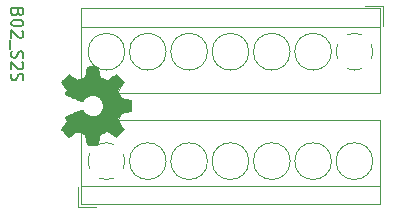
<source format=gbr>
G04 #@! TF.GenerationSoftware,KiCad,Pcbnew,5.1.5-52549c5~86~ubuntu18.04.1*
G04 #@! TF.CreationDate,2020-09-06T14:20:36-05:00*
G04 #@! TF.ProjectId,B02,4230322e-6b69-4636-9164-5f7063625858,rev?*
G04 #@! TF.SameCoordinates,Original*
G04 #@! TF.FileFunction,Legend,Top*
G04 #@! TF.FilePolarity,Positive*
%FSLAX46Y46*%
G04 Gerber Fmt 4.6, Leading zero omitted, Abs format (unit mm)*
G04 Created by KiCad (PCBNEW 5.1.5-52549c5~86~ubuntu18.04.1) date 2020-09-06 14:20:36*
%MOMM*%
%LPD*%
G04 APERTURE LIST*
%ADD10C,0.150000*%
%ADD11C,0.010000*%
%ADD12C,0.120000*%
G04 APERTURE END LIST*
D10*
X21026428Y-20931523D02*
X20978809Y-21074380D01*
X20931190Y-21122000D01*
X20835952Y-21169619D01*
X20693095Y-21169619D01*
X20597857Y-21122000D01*
X20550238Y-21074380D01*
X20502619Y-20979142D01*
X20502619Y-20598190D01*
X21502619Y-20598190D01*
X21502619Y-20931523D01*
X21455000Y-21026761D01*
X21407380Y-21074380D01*
X21312142Y-21122000D01*
X21216904Y-21122000D01*
X21121666Y-21074380D01*
X21074047Y-21026761D01*
X21026428Y-20931523D01*
X21026428Y-20598190D01*
X21502619Y-21788666D02*
X21502619Y-21883904D01*
X21455000Y-21979142D01*
X21407380Y-22026761D01*
X21312142Y-22074380D01*
X21121666Y-22122000D01*
X20883571Y-22122000D01*
X20693095Y-22074380D01*
X20597857Y-22026761D01*
X20550238Y-21979142D01*
X20502619Y-21883904D01*
X20502619Y-21788666D01*
X20550238Y-21693428D01*
X20597857Y-21645809D01*
X20693095Y-21598190D01*
X20883571Y-21550571D01*
X21121666Y-21550571D01*
X21312142Y-21598190D01*
X21407380Y-21645809D01*
X21455000Y-21693428D01*
X21502619Y-21788666D01*
X21407380Y-22502952D02*
X21455000Y-22550571D01*
X21502619Y-22645809D01*
X21502619Y-22883904D01*
X21455000Y-22979142D01*
X21407380Y-23026761D01*
X21312142Y-23074380D01*
X21216904Y-23074380D01*
X21074047Y-23026761D01*
X20502619Y-22455333D01*
X20502619Y-23074380D01*
X20407380Y-23264857D02*
X20407380Y-24026761D01*
X20550238Y-24217238D02*
X20502619Y-24360095D01*
X20502619Y-24598190D01*
X20550238Y-24693428D01*
X20597857Y-24741047D01*
X20693095Y-24788666D01*
X20788333Y-24788666D01*
X20883571Y-24741047D01*
X20931190Y-24693428D01*
X20978809Y-24598190D01*
X21026428Y-24407714D01*
X21074047Y-24312476D01*
X21121666Y-24264857D01*
X21216904Y-24217238D01*
X21312142Y-24217238D01*
X21407380Y-24264857D01*
X21455000Y-24312476D01*
X21502619Y-24407714D01*
X21502619Y-24645809D01*
X21455000Y-24788666D01*
X21407380Y-25169619D02*
X21455000Y-25217238D01*
X21502619Y-25312476D01*
X21502619Y-25550571D01*
X21455000Y-25645809D01*
X21407380Y-25693428D01*
X21312142Y-25741047D01*
X21216904Y-25741047D01*
X21074047Y-25693428D01*
X20502619Y-25122000D01*
X20502619Y-25741047D01*
X20550238Y-26122000D02*
X20502619Y-26264857D01*
X20502619Y-26502952D01*
X20550238Y-26598190D01*
X20597857Y-26645809D01*
X20693095Y-26693428D01*
X20788333Y-26693428D01*
X20883571Y-26645809D01*
X20931190Y-26598190D01*
X20978809Y-26502952D01*
X21026428Y-26312476D01*
X21074047Y-26217238D01*
X21121666Y-26169619D01*
X21216904Y-26122000D01*
X21312142Y-26122000D01*
X21407380Y-26169619D01*
X21455000Y-26217238D01*
X21502619Y-26312476D01*
X21502619Y-26550571D01*
X21455000Y-26693428D01*
D11*
G36*
X30191669Y-29359414D02*
G01*
X29747045Y-29443235D01*
X29619547Y-29752520D01*
X29492049Y-30061806D01*
X29744354Y-30432846D01*
X29814604Y-30536757D01*
X29877328Y-30630687D01*
X29929662Y-30710252D01*
X29968743Y-30771070D01*
X29991707Y-30808757D01*
X29996658Y-30819021D01*
X29983924Y-30837510D01*
X29948718Y-30877020D01*
X29895538Y-30933122D01*
X29828882Y-31001387D01*
X29753246Y-31077386D01*
X29673128Y-31156692D01*
X29593026Y-31234875D01*
X29517436Y-31307507D01*
X29450855Y-31370159D01*
X29397782Y-31418403D01*
X29362713Y-31447810D01*
X29350977Y-31454841D01*
X29329340Y-31444723D01*
X29281938Y-31416359D01*
X29213407Y-31372729D01*
X29128385Y-31316818D01*
X29031507Y-31251606D01*
X28976250Y-31213819D01*
X28875352Y-31144943D01*
X28784301Y-31083740D01*
X28707630Y-31033178D01*
X28649872Y-30996228D01*
X28615557Y-30975858D01*
X28608346Y-30972797D01*
X28587852Y-30979736D01*
X28540087Y-30998651D01*
X28471768Y-31026687D01*
X28389611Y-31060991D01*
X28300330Y-31098709D01*
X28210642Y-31136987D01*
X28127262Y-31172970D01*
X28056906Y-31203806D01*
X28006290Y-31226639D01*
X27982129Y-31238617D01*
X27981178Y-31239324D01*
X27976564Y-31258131D01*
X27966272Y-31308218D01*
X27951313Y-31384393D01*
X27932699Y-31481465D01*
X27911441Y-31594243D01*
X27899182Y-31660042D01*
X27876238Y-31780550D01*
X27854405Y-31889397D01*
X27834878Y-31981076D01*
X27818852Y-32050081D01*
X27807521Y-32090904D01*
X27803926Y-32099111D01*
X27779594Y-32107148D01*
X27724641Y-32113633D01*
X27645492Y-32118570D01*
X27548574Y-32121964D01*
X27440313Y-32123818D01*
X27327135Y-32124138D01*
X27215465Y-32122927D01*
X27111732Y-32120190D01*
X27022359Y-32115931D01*
X26953774Y-32110155D01*
X26912403Y-32102867D01*
X26903790Y-32098495D01*
X26893467Y-32072364D01*
X26878708Y-32016993D01*
X26861248Y-31939707D01*
X26842820Y-31847830D01*
X26836859Y-31815758D01*
X26808534Y-31661124D01*
X26785724Y-31538975D01*
X26767520Y-31445273D01*
X26753017Y-31375984D01*
X26741308Y-31327071D01*
X26731485Y-31294497D01*
X26722644Y-31274228D01*
X26713876Y-31262226D01*
X26712143Y-31260547D01*
X26684229Y-31243784D01*
X26629905Y-31218214D01*
X26555823Y-31186388D01*
X26468635Y-31150860D01*
X26374992Y-31114183D01*
X26281548Y-31078911D01*
X26194953Y-31047596D01*
X26121860Y-31022793D01*
X26068922Y-31007054D01*
X26042789Y-31002932D01*
X26041874Y-31003276D01*
X26020514Y-31017241D01*
X25973516Y-31048922D01*
X25905773Y-31094991D01*
X25822177Y-31152118D01*
X25727618Y-31216973D01*
X25700746Y-31235443D01*
X25603325Y-31301299D01*
X25514437Y-31359250D01*
X25439188Y-31406138D01*
X25382680Y-31438807D01*
X25350019Y-31454100D01*
X25346007Y-31454841D01*
X25324916Y-31441992D01*
X25283136Y-31406488D01*
X25225155Y-31352893D01*
X25155465Y-31285771D01*
X25078555Y-31209687D01*
X24998917Y-31129204D01*
X24921039Y-31048887D01*
X24849414Y-30973299D01*
X24788530Y-30907005D01*
X24742879Y-30854569D01*
X24716950Y-30820555D01*
X24712717Y-30811145D01*
X24722688Y-30789243D01*
X24749580Y-30744400D01*
X24788864Y-30683921D01*
X24820483Y-30637389D01*
X24878502Y-30553075D01*
X24946816Y-30453226D01*
X25015021Y-30353073D01*
X25051525Y-30299227D01*
X25174800Y-30116971D01*
X25092080Y-29963981D01*
X25055841Y-29894282D01*
X25027674Y-29835014D01*
X25011609Y-29794911D01*
X25009374Y-29784703D01*
X25025878Y-29772429D01*
X25072518Y-29748213D01*
X25144991Y-29713863D01*
X25238994Y-29671188D01*
X25350226Y-29621994D01*
X25474385Y-29568090D01*
X25607168Y-29511284D01*
X25744273Y-29453382D01*
X25881398Y-29396193D01*
X26014242Y-29341524D01*
X26138502Y-29291184D01*
X26249875Y-29246980D01*
X26344061Y-29210719D01*
X26416756Y-29184209D01*
X26463659Y-29169258D01*
X26479767Y-29166854D01*
X26500314Y-29185911D01*
X26533667Y-29227636D01*
X26572898Y-29283306D01*
X26576001Y-29287978D01*
X26691177Y-29431864D01*
X26825547Y-29547883D01*
X26974816Y-29635030D01*
X27134687Y-29692299D01*
X27300863Y-29718686D01*
X27469048Y-29713185D01*
X27634945Y-29674790D01*
X27794258Y-29602495D01*
X27829113Y-29581226D01*
X27969863Y-29470596D01*
X28082886Y-29339902D01*
X28167597Y-29193664D01*
X28223406Y-29036408D01*
X28249726Y-28872657D01*
X28245970Y-28706933D01*
X28211550Y-28543762D01*
X28145877Y-28387665D01*
X28048365Y-28243167D01*
X28008787Y-28198469D01*
X27884897Y-28084712D01*
X27754476Y-28001818D01*
X27608285Y-27944956D01*
X27463512Y-27913287D01*
X27300740Y-27905469D01*
X27137160Y-27931538D01*
X26978302Y-27988845D01*
X26829694Y-28074744D01*
X26696865Y-28186586D01*
X26585344Y-28321723D01*
X26573589Y-28339483D01*
X26535092Y-28395750D01*
X26501737Y-28438523D01*
X26480440Y-28458972D01*
X26479767Y-28459269D01*
X26456729Y-28454879D01*
X26404443Y-28437476D01*
X26327210Y-28408868D01*
X26229332Y-28370865D01*
X26115109Y-28325274D01*
X25988842Y-28273903D01*
X25854833Y-28218562D01*
X25717382Y-28161058D01*
X25580792Y-28103201D01*
X25449363Y-28046798D01*
X25327395Y-27993658D01*
X25219191Y-27945590D01*
X25129051Y-27904401D01*
X25061277Y-27871901D01*
X25020170Y-27849897D01*
X25009374Y-27841036D01*
X25017781Y-27813960D01*
X25040328Y-27763297D01*
X25072987Y-27697783D01*
X25092080Y-27661759D01*
X25174800Y-27508768D01*
X25051525Y-27326512D01*
X24988372Y-27233475D01*
X24918873Y-27131615D01*
X24853435Y-27036162D01*
X24820483Y-26988350D01*
X24775327Y-26921105D01*
X24739543Y-26864164D01*
X24717662Y-26824954D01*
X24713037Y-26812219D01*
X24725515Y-26793683D01*
X24760348Y-26752659D01*
X24813922Y-26693125D01*
X24882617Y-26619058D01*
X24962819Y-26534435D01*
X25014314Y-26480915D01*
X25106314Y-26387281D01*
X25188601Y-26306359D01*
X25257655Y-26241423D01*
X25309956Y-26195742D01*
X25341984Y-26172589D01*
X25348484Y-26170368D01*
X25373206Y-26180676D01*
X25423195Y-26209161D01*
X25493388Y-26252663D01*
X25578725Y-26308023D01*
X25674144Y-26372080D01*
X25700746Y-26390297D01*
X25797433Y-26456673D01*
X25884483Y-26516222D01*
X25957005Y-26565616D01*
X26010107Y-26601525D01*
X26038897Y-26620619D01*
X26041874Y-26622464D01*
X26064818Y-26619705D01*
X26115264Y-26605062D01*
X26186559Y-26581087D01*
X26272053Y-26550334D01*
X26365093Y-26515356D01*
X26459026Y-26478707D01*
X26547201Y-26442939D01*
X26622966Y-26410606D01*
X26679669Y-26384262D01*
X26710657Y-26366458D01*
X26712143Y-26365193D01*
X26720999Y-26354306D01*
X26729757Y-26335918D01*
X26739323Y-26305994D01*
X26750604Y-26260497D01*
X26764507Y-26195391D01*
X26781937Y-26106639D01*
X26803802Y-25990207D01*
X26831009Y-25842058D01*
X26836859Y-25809982D01*
X26855226Y-25714914D01*
X26873195Y-25632035D01*
X26889031Y-25568670D01*
X26901000Y-25532142D01*
X26903790Y-25527244D01*
X26928528Y-25519173D01*
X26983810Y-25512613D01*
X27063211Y-25507567D01*
X27160304Y-25504041D01*
X27268662Y-25502039D01*
X27381860Y-25501564D01*
X27493472Y-25502623D01*
X27597071Y-25505218D01*
X27686232Y-25509354D01*
X27754528Y-25515037D01*
X27795534Y-25522269D01*
X27803926Y-25526629D01*
X27812392Y-25550902D01*
X27826165Y-25606174D01*
X27844050Y-25686938D01*
X27864852Y-25787688D01*
X27887377Y-25902917D01*
X27899182Y-25965698D01*
X27921449Y-26084813D01*
X27941621Y-26191035D01*
X27958685Y-26279173D01*
X27971631Y-26344034D01*
X27979445Y-26380426D01*
X27981178Y-26386416D01*
X28000710Y-26396539D01*
X28047757Y-26417938D01*
X28115597Y-26447761D01*
X28197509Y-26483155D01*
X28286772Y-26521268D01*
X28376665Y-26559247D01*
X28460465Y-26594240D01*
X28531453Y-26623394D01*
X28582906Y-26643857D01*
X28608103Y-26652777D01*
X28609204Y-26652943D01*
X28629081Y-26642831D01*
X28674823Y-26614483D01*
X28741883Y-26570877D01*
X28825716Y-26514994D01*
X28921774Y-26449813D01*
X28976950Y-26411921D01*
X29078119Y-26342875D01*
X29169970Y-26281550D01*
X29247856Y-26230937D01*
X29307131Y-26194029D01*
X29343149Y-26173818D01*
X29351223Y-26170899D01*
X29370016Y-26183447D01*
X29410143Y-26218137D01*
X29467107Y-26270537D01*
X29536415Y-26336216D01*
X29613569Y-26410744D01*
X29694075Y-26489687D01*
X29773437Y-26568617D01*
X29847160Y-26643100D01*
X29910748Y-26708706D01*
X29959706Y-26761004D01*
X29989539Y-26795561D01*
X29996658Y-26807122D01*
X29986647Y-26825946D01*
X29958522Y-26870969D01*
X29915146Y-26937813D01*
X29859382Y-27022101D01*
X29794094Y-27119456D01*
X29744354Y-27192893D01*
X29492049Y-27563933D01*
X29747045Y-28182505D01*
X30191669Y-28266325D01*
X30636293Y-28350146D01*
X30636293Y-29275594D01*
X30191669Y-29359414D01*
G37*
X30191669Y-29359414D02*
X29747045Y-29443235D01*
X29619547Y-29752520D01*
X29492049Y-30061806D01*
X29744354Y-30432846D01*
X29814604Y-30536757D01*
X29877328Y-30630687D01*
X29929662Y-30710252D01*
X29968743Y-30771070D01*
X29991707Y-30808757D01*
X29996658Y-30819021D01*
X29983924Y-30837510D01*
X29948718Y-30877020D01*
X29895538Y-30933122D01*
X29828882Y-31001387D01*
X29753246Y-31077386D01*
X29673128Y-31156692D01*
X29593026Y-31234875D01*
X29517436Y-31307507D01*
X29450855Y-31370159D01*
X29397782Y-31418403D01*
X29362713Y-31447810D01*
X29350977Y-31454841D01*
X29329340Y-31444723D01*
X29281938Y-31416359D01*
X29213407Y-31372729D01*
X29128385Y-31316818D01*
X29031507Y-31251606D01*
X28976250Y-31213819D01*
X28875352Y-31144943D01*
X28784301Y-31083740D01*
X28707630Y-31033178D01*
X28649872Y-30996228D01*
X28615557Y-30975858D01*
X28608346Y-30972797D01*
X28587852Y-30979736D01*
X28540087Y-30998651D01*
X28471768Y-31026687D01*
X28389611Y-31060991D01*
X28300330Y-31098709D01*
X28210642Y-31136987D01*
X28127262Y-31172970D01*
X28056906Y-31203806D01*
X28006290Y-31226639D01*
X27982129Y-31238617D01*
X27981178Y-31239324D01*
X27976564Y-31258131D01*
X27966272Y-31308218D01*
X27951313Y-31384393D01*
X27932699Y-31481465D01*
X27911441Y-31594243D01*
X27899182Y-31660042D01*
X27876238Y-31780550D01*
X27854405Y-31889397D01*
X27834878Y-31981076D01*
X27818852Y-32050081D01*
X27807521Y-32090904D01*
X27803926Y-32099111D01*
X27779594Y-32107148D01*
X27724641Y-32113633D01*
X27645492Y-32118570D01*
X27548574Y-32121964D01*
X27440313Y-32123818D01*
X27327135Y-32124138D01*
X27215465Y-32122927D01*
X27111732Y-32120190D01*
X27022359Y-32115931D01*
X26953774Y-32110155D01*
X26912403Y-32102867D01*
X26903790Y-32098495D01*
X26893467Y-32072364D01*
X26878708Y-32016993D01*
X26861248Y-31939707D01*
X26842820Y-31847830D01*
X26836859Y-31815758D01*
X26808534Y-31661124D01*
X26785724Y-31538975D01*
X26767520Y-31445273D01*
X26753017Y-31375984D01*
X26741308Y-31327071D01*
X26731485Y-31294497D01*
X26722644Y-31274228D01*
X26713876Y-31262226D01*
X26712143Y-31260547D01*
X26684229Y-31243784D01*
X26629905Y-31218214D01*
X26555823Y-31186388D01*
X26468635Y-31150860D01*
X26374992Y-31114183D01*
X26281548Y-31078911D01*
X26194953Y-31047596D01*
X26121860Y-31022793D01*
X26068922Y-31007054D01*
X26042789Y-31002932D01*
X26041874Y-31003276D01*
X26020514Y-31017241D01*
X25973516Y-31048922D01*
X25905773Y-31094991D01*
X25822177Y-31152118D01*
X25727618Y-31216973D01*
X25700746Y-31235443D01*
X25603325Y-31301299D01*
X25514437Y-31359250D01*
X25439188Y-31406138D01*
X25382680Y-31438807D01*
X25350019Y-31454100D01*
X25346007Y-31454841D01*
X25324916Y-31441992D01*
X25283136Y-31406488D01*
X25225155Y-31352893D01*
X25155465Y-31285771D01*
X25078555Y-31209687D01*
X24998917Y-31129204D01*
X24921039Y-31048887D01*
X24849414Y-30973299D01*
X24788530Y-30907005D01*
X24742879Y-30854569D01*
X24716950Y-30820555D01*
X24712717Y-30811145D01*
X24722688Y-30789243D01*
X24749580Y-30744400D01*
X24788864Y-30683921D01*
X24820483Y-30637389D01*
X24878502Y-30553075D01*
X24946816Y-30453226D01*
X25015021Y-30353073D01*
X25051525Y-30299227D01*
X25174800Y-30116971D01*
X25092080Y-29963981D01*
X25055841Y-29894282D01*
X25027674Y-29835014D01*
X25011609Y-29794911D01*
X25009374Y-29784703D01*
X25025878Y-29772429D01*
X25072518Y-29748213D01*
X25144991Y-29713863D01*
X25238994Y-29671188D01*
X25350226Y-29621994D01*
X25474385Y-29568090D01*
X25607168Y-29511284D01*
X25744273Y-29453382D01*
X25881398Y-29396193D01*
X26014242Y-29341524D01*
X26138502Y-29291184D01*
X26249875Y-29246980D01*
X26344061Y-29210719D01*
X26416756Y-29184209D01*
X26463659Y-29169258D01*
X26479767Y-29166854D01*
X26500314Y-29185911D01*
X26533667Y-29227636D01*
X26572898Y-29283306D01*
X26576001Y-29287978D01*
X26691177Y-29431864D01*
X26825547Y-29547883D01*
X26974816Y-29635030D01*
X27134687Y-29692299D01*
X27300863Y-29718686D01*
X27469048Y-29713185D01*
X27634945Y-29674790D01*
X27794258Y-29602495D01*
X27829113Y-29581226D01*
X27969863Y-29470596D01*
X28082886Y-29339902D01*
X28167597Y-29193664D01*
X28223406Y-29036408D01*
X28249726Y-28872657D01*
X28245970Y-28706933D01*
X28211550Y-28543762D01*
X28145877Y-28387665D01*
X28048365Y-28243167D01*
X28008787Y-28198469D01*
X27884897Y-28084712D01*
X27754476Y-28001818D01*
X27608285Y-27944956D01*
X27463512Y-27913287D01*
X27300740Y-27905469D01*
X27137160Y-27931538D01*
X26978302Y-27988845D01*
X26829694Y-28074744D01*
X26696865Y-28186586D01*
X26585344Y-28321723D01*
X26573589Y-28339483D01*
X26535092Y-28395750D01*
X26501737Y-28438523D01*
X26480440Y-28458972D01*
X26479767Y-28459269D01*
X26456729Y-28454879D01*
X26404443Y-28437476D01*
X26327210Y-28408868D01*
X26229332Y-28370865D01*
X26115109Y-28325274D01*
X25988842Y-28273903D01*
X25854833Y-28218562D01*
X25717382Y-28161058D01*
X25580792Y-28103201D01*
X25449363Y-28046798D01*
X25327395Y-27993658D01*
X25219191Y-27945590D01*
X25129051Y-27904401D01*
X25061277Y-27871901D01*
X25020170Y-27849897D01*
X25009374Y-27841036D01*
X25017781Y-27813960D01*
X25040328Y-27763297D01*
X25072987Y-27697783D01*
X25092080Y-27661759D01*
X25174800Y-27508768D01*
X25051525Y-27326512D01*
X24988372Y-27233475D01*
X24918873Y-27131615D01*
X24853435Y-27036162D01*
X24820483Y-26988350D01*
X24775327Y-26921105D01*
X24739543Y-26864164D01*
X24717662Y-26824954D01*
X24713037Y-26812219D01*
X24725515Y-26793683D01*
X24760348Y-26752659D01*
X24813922Y-26693125D01*
X24882617Y-26619058D01*
X24962819Y-26534435D01*
X25014314Y-26480915D01*
X25106314Y-26387281D01*
X25188601Y-26306359D01*
X25257655Y-26241423D01*
X25309956Y-26195742D01*
X25341984Y-26172589D01*
X25348484Y-26170368D01*
X25373206Y-26180676D01*
X25423195Y-26209161D01*
X25493388Y-26252663D01*
X25578725Y-26308023D01*
X25674144Y-26372080D01*
X25700746Y-26390297D01*
X25797433Y-26456673D01*
X25884483Y-26516222D01*
X25957005Y-26565616D01*
X26010107Y-26601525D01*
X26038897Y-26620619D01*
X26041874Y-26622464D01*
X26064818Y-26619705D01*
X26115264Y-26605062D01*
X26186559Y-26581087D01*
X26272053Y-26550334D01*
X26365093Y-26515356D01*
X26459026Y-26478707D01*
X26547201Y-26442939D01*
X26622966Y-26410606D01*
X26679669Y-26384262D01*
X26710657Y-26366458D01*
X26712143Y-26365193D01*
X26720999Y-26354306D01*
X26729757Y-26335918D01*
X26739323Y-26305994D01*
X26750604Y-26260497D01*
X26764507Y-26195391D01*
X26781937Y-26106639D01*
X26803802Y-25990207D01*
X26831009Y-25842058D01*
X26836859Y-25809982D01*
X26855226Y-25714914D01*
X26873195Y-25632035D01*
X26889031Y-25568670D01*
X26901000Y-25532142D01*
X26903790Y-25527244D01*
X26928528Y-25519173D01*
X26983810Y-25512613D01*
X27063211Y-25507567D01*
X27160304Y-25504041D01*
X27268662Y-25502039D01*
X27381860Y-25501564D01*
X27493472Y-25502623D01*
X27597071Y-25505218D01*
X27686232Y-25509354D01*
X27754528Y-25515037D01*
X27795534Y-25522269D01*
X27803926Y-25526629D01*
X27812392Y-25550902D01*
X27826165Y-25606174D01*
X27844050Y-25686938D01*
X27864852Y-25787688D01*
X27887377Y-25902917D01*
X27899182Y-25965698D01*
X27921449Y-26084813D01*
X27941621Y-26191035D01*
X27958685Y-26279173D01*
X27971631Y-26344034D01*
X27979445Y-26380426D01*
X27981178Y-26386416D01*
X28000710Y-26396539D01*
X28047757Y-26417938D01*
X28115597Y-26447761D01*
X28197509Y-26483155D01*
X28286772Y-26521268D01*
X28376665Y-26559247D01*
X28460465Y-26594240D01*
X28531453Y-26623394D01*
X28582906Y-26643857D01*
X28608103Y-26652777D01*
X28609204Y-26652943D01*
X28629081Y-26642831D01*
X28674823Y-26614483D01*
X28741883Y-26570877D01*
X28825716Y-26514994D01*
X28921774Y-26449813D01*
X28976950Y-26411921D01*
X29078119Y-26342875D01*
X29169970Y-26281550D01*
X29247856Y-26230937D01*
X29307131Y-26194029D01*
X29343149Y-26173818D01*
X29351223Y-26170899D01*
X29370016Y-26183447D01*
X29410143Y-26218137D01*
X29467107Y-26270537D01*
X29536415Y-26336216D01*
X29613569Y-26410744D01*
X29694075Y-26489687D01*
X29773437Y-26568617D01*
X29847160Y-26643100D01*
X29910748Y-26708706D01*
X29959706Y-26761004D01*
X29989539Y-26795561D01*
X29996658Y-26807122D01*
X29986647Y-26825946D01*
X29958522Y-26870969D01*
X29915146Y-26937813D01*
X29859382Y-27022101D01*
X29794094Y-27119456D01*
X29744354Y-27192893D01*
X29492049Y-27563933D01*
X29747045Y-28182505D01*
X30191669Y-28266325D01*
X30636293Y-28350146D01*
X30636293Y-29275594D01*
X30191669Y-29359414D01*
D12*
X26150000Y-37423000D02*
X27650000Y-37423000D01*
X26150000Y-35683000D02*
X26150000Y-37423000D01*
X51710000Y-30063000D02*
X51710000Y-37183000D01*
X26390000Y-30063000D02*
X26390000Y-37183000D01*
X26390000Y-37183000D02*
X51710000Y-37183000D01*
X26390000Y-30063000D02*
X51710000Y-30063000D01*
X26390000Y-35623000D02*
X51710000Y-35623000D01*
X51105000Y-33523000D02*
G75*
G03X51105000Y-33523000I-1555000J0D01*
G01*
X47605000Y-33523000D02*
G75*
G03X47605000Y-33523000I-1555000J0D01*
G01*
X44105000Y-33523000D02*
G75*
G03X44105000Y-33523000I-1555000J0D01*
G01*
X40605000Y-33523000D02*
G75*
G03X40605000Y-33523000I-1555000J0D01*
G01*
X37105000Y-33523000D02*
G75*
G03X37105000Y-33523000I-1555000J0D01*
G01*
X33605000Y-33523000D02*
G75*
G03X33605000Y-33523000I-1555000J0D01*
G01*
X28577011Y-35078492D02*
G75*
G02X27942000Y-34955000I-27011J1555492D01*
G01*
X27117891Y-34130742D02*
G75*
G02X27118000Y-32915000I1432109J607742D01*
G01*
X27942258Y-32090891D02*
G75*
G02X29158000Y-32091000I607742J-1432109D01*
G01*
X29982109Y-32915258D02*
G75*
G02X29982000Y-34131000I-1432109J-607742D01*
G01*
X29157587Y-34954385D02*
G75*
G02X28550000Y-35078000I-607587J1431385D01*
G01*
X51950000Y-20357000D02*
X50450000Y-20357000D01*
X51950000Y-22097000D02*
X51950000Y-20357000D01*
X26390000Y-27717000D02*
X26390000Y-20597000D01*
X51710000Y-27717000D02*
X51710000Y-20597000D01*
X51710000Y-20597000D02*
X26390000Y-20597000D01*
X51710000Y-27717000D02*
X26390000Y-27717000D01*
X51710000Y-22157000D02*
X26390000Y-22157000D01*
X30105000Y-24257000D02*
G75*
G03X30105000Y-24257000I-1555000J0D01*
G01*
X33605000Y-24257000D02*
G75*
G03X33605000Y-24257000I-1555000J0D01*
G01*
X37105000Y-24257000D02*
G75*
G03X37105000Y-24257000I-1555000J0D01*
G01*
X40605000Y-24257000D02*
G75*
G03X40605000Y-24257000I-1555000J0D01*
G01*
X44105000Y-24257000D02*
G75*
G03X44105000Y-24257000I-1555000J0D01*
G01*
X47605000Y-24257000D02*
G75*
G03X47605000Y-24257000I-1555000J0D01*
G01*
X49522989Y-22701508D02*
G75*
G02X50158000Y-22825000I27011J-1555492D01*
G01*
X50982109Y-23649258D02*
G75*
G02X50982000Y-24865000I-1432109J-607742D01*
G01*
X50157742Y-25689109D02*
G75*
G02X48942000Y-25689000I-607742J1432109D01*
G01*
X48117891Y-24864742D02*
G75*
G02X48118000Y-23649000I1432109J607742D01*
G01*
X48942413Y-22825615D02*
G75*
G02X49550000Y-22702000I607587J-1431385D01*
G01*
M02*

</source>
